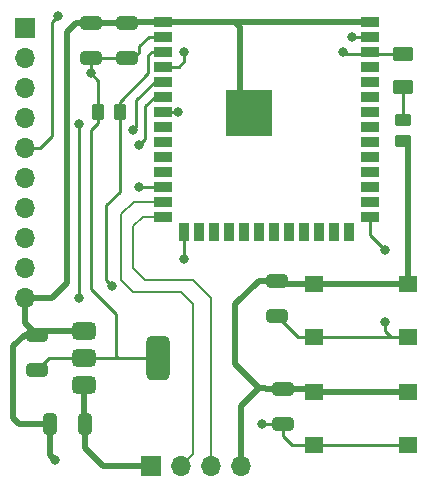
<source format=gtl>
%TF.GenerationSoftware,KiCad,Pcbnew,8.0.9-8.0.9-0~ubuntu20.04.1*%
%TF.CreationDate,2025-05-17T12:19:42+02:00*%
%TF.ProjectId,Buch_ESP32_1_Kap9_ESP_Standard,42756368-5f45-4535-9033-325f315f4b61,rev?*%
%TF.SameCoordinates,Original*%
%TF.FileFunction,Copper,L1,Top*%
%TF.FilePolarity,Positive*%
%FSLAX46Y46*%
G04 Gerber Fmt 4.6, Leading zero omitted, Abs format (unit mm)*
G04 Created by KiCad (PCBNEW 8.0.9-8.0.9-0~ubuntu20.04.1) date 2025-05-17 12:19:42*
%MOMM*%
%LPD*%
G01*
G04 APERTURE LIST*
G04 Aperture macros list*
%AMRoundRect*
0 Rectangle with rounded corners*
0 $1 Rounding radius*
0 $2 $3 $4 $5 $6 $7 $8 $9 X,Y pos of 4 corners*
0 Add a 4 corners polygon primitive as box body*
4,1,4,$2,$3,$4,$5,$6,$7,$8,$9,$2,$3,0*
0 Add four circle primitives for the rounded corners*
1,1,$1+$1,$2,$3*
1,1,$1+$1,$4,$5*
1,1,$1+$1,$6,$7*
1,1,$1+$1,$8,$9*
0 Add four rect primitives between the rounded corners*
20,1,$1+$1,$2,$3,$4,$5,0*
20,1,$1+$1,$4,$5,$6,$7,0*
20,1,$1+$1,$6,$7,$8,$9,0*
20,1,$1+$1,$8,$9,$2,$3,0*%
G04 Aperture macros list end*
%TA.AperFunction,SMDPad,CuDef*%
%ADD10RoundRect,0.375000X-0.625000X-0.375000X0.625000X-0.375000X0.625000X0.375000X-0.625000X0.375000X0*%
%TD*%
%TA.AperFunction,SMDPad,CuDef*%
%ADD11RoundRect,0.500000X-0.500000X-1.400000X0.500000X-1.400000X0.500000X1.400000X-0.500000X1.400000X0*%
%TD*%
%TA.AperFunction,SMDPad,CuDef*%
%ADD12RoundRect,0.250000X0.650000X-0.325000X0.650000X0.325000X-0.650000X0.325000X-0.650000X-0.325000X0*%
%TD*%
%TA.AperFunction,ComponentPad*%
%ADD13R,1.700000X1.700000*%
%TD*%
%TA.AperFunction,ComponentPad*%
%ADD14O,1.700000X1.700000*%
%TD*%
%TA.AperFunction,SMDPad,CuDef*%
%ADD15RoundRect,0.250000X0.325000X0.650000X-0.325000X0.650000X-0.325000X-0.650000X0.325000X-0.650000X0*%
%TD*%
%TA.AperFunction,SMDPad,CuDef*%
%ADD16RoundRect,0.250000X-0.262500X-0.450000X0.262500X-0.450000X0.262500X0.450000X-0.262500X0.450000X0*%
%TD*%
%TA.AperFunction,SMDPad,CuDef*%
%ADD17R,1.600000X1.400000*%
%TD*%
%TA.AperFunction,SMDPad,CuDef*%
%ADD18RoundRect,0.250000X-0.450000X0.262500X-0.450000X-0.262500X0.450000X-0.262500X0.450000X0.262500X0*%
%TD*%
%TA.AperFunction,SMDPad,CuDef*%
%ADD19R,1.500000X0.900000*%
%TD*%
%TA.AperFunction,SMDPad,CuDef*%
%ADD20R,0.900000X1.500000*%
%TD*%
%TA.AperFunction,HeatsinkPad*%
%ADD21C,0.600000*%
%TD*%
%TA.AperFunction,SMDPad,CuDef*%
%ADD22R,3.900000X3.900000*%
%TD*%
%TA.AperFunction,SMDPad,CuDef*%
%ADD23RoundRect,0.250000X0.625000X-0.375000X0.625000X0.375000X-0.625000X0.375000X-0.625000X-0.375000X0*%
%TD*%
%TA.AperFunction,ViaPad*%
%ADD24C,0.800000*%
%TD*%
%TA.AperFunction,Conductor*%
%ADD25C,0.250000*%
%TD*%
%TA.AperFunction,Conductor*%
%ADD26C,0.200000*%
%TD*%
%TA.AperFunction,Conductor*%
%ADD27C,0.500000*%
%TD*%
G04 APERTURE END LIST*
D10*
%TO.P,IC1,1,GND*%
%TO.N,GND*%
X140614000Y-118604000D03*
%TO.P,IC1,2,VO*%
%TO.N,+3V3*%
X140614000Y-120904000D03*
D11*
X146914000Y-120904000D03*
D10*
%TO.P,IC1,3,VI*%
%TO.N,+5V*%
X140614000Y-123204000D03*
%TD*%
D12*
%TO.P,C4,1,1*%
%TO.N,EN*%
X157480000Y-126443000D03*
%TO.P,C4,2,2*%
%TO.N,GND*%
X157480000Y-123493000D03*
%TD*%
D13*
%TO.P,J3,1,Pin_1*%
%TO.N,+5V*%
X146304000Y-130048000D03*
D14*
%TO.P,J3,2,Pin_2*%
%TO.N,USB_N*%
X148844000Y-130048000D03*
%TO.P,J3,3,Pin_3*%
%TO.N,USB_P*%
X151384000Y-130048000D03*
%TO.P,J3,4,Pin_4*%
%TO.N,GND*%
X153924000Y-130048000D03*
%TD*%
D15*
%TO.P,C1,1,1*%
%TO.N,+5V*%
X140667000Y-126492000D03*
%TO.P,C1,2,2*%
%TO.N,GND*%
X137717000Y-126492000D03*
%TD*%
D12*
%TO.P,C5,1,1*%
%TO.N,+3V3*%
X141224000Y-95455000D03*
%TO.P,C5,2,2*%
%TO.N,GND*%
X141224000Y-92505000D03*
%TD*%
%TO.P,C2,1,1*%
%TO.N,+3V3*%
X136666000Y-121871000D03*
%TO.P,C2,2,2*%
%TO.N,GND*%
X136666000Y-118921000D03*
%TD*%
D16*
%TO.P,R2,1*%
%TO.N,+3V3*%
X141835500Y-100076000D03*
%TO.P,R2,2*%
%TO.N,EN*%
X143660500Y-100076000D03*
%TD*%
D13*
%TO.P,J1,1,Pin_1*%
%TO.N,+3V3*%
X135636000Y-92964000D03*
D14*
%TO.P,J1,2,Pin_2*%
%TO.N,D1*%
X135636000Y-95504000D03*
%TO.P,J1,3,Pin_3*%
%TO.N,D2*%
X135636000Y-98044000D03*
%TO.P,J1,4,Pin_4*%
%TO.N,D3*%
X135636000Y-100584000D03*
%TO.P,J1,5,Pin_5*%
%TO.N,D4*%
X135636000Y-103124000D03*
%TO.P,J1,6,Pin_6*%
%TO.N,D5*%
X135636000Y-105664000D03*
%TO.P,J1,7,Pin_7*%
%TO.N,D6*%
X135636000Y-108204000D03*
%TO.P,J1,8,Pin_8*%
%TO.N,D7*%
X135636000Y-110744000D03*
%TO.P,J1,9,Pin_9*%
%TO.N,D8*%
X135636000Y-113284000D03*
%TO.P,J1,10,Pin_10*%
%TO.N,GND*%
X135636000Y-115824000D03*
%TD*%
D17*
%TO.P,SW1,1,1*%
%TO.N,GND*%
X160084000Y-123734000D03*
X168084000Y-123734000D03*
%TO.P,SW1,2,2*%
%TO.N,EN*%
X160084000Y-128234000D03*
X168084000Y-128234000D03*
%TD*%
D18*
%TO.P,R1,1*%
%TO.N,Net-(D1-K)*%
X167640000Y-100687500D03*
%TO.P,R1,2*%
%TO.N,GND*%
X167640000Y-102512500D03*
%TD*%
D19*
%TO.P,IC2,1,GND*%
%TO.N,GND*%
X147306000Y-92424000D03*
%TO.P,IC2,2,3V3*%
%TO.N,+3V3*%
X147306000Y-93694000D03*
%TO.P,IC2,3,EN*%
%TO.N,EN*%
X147306000Y-94964000D03*
%TO.P,IC2,4,IO4*%
%TO.N,D4*%
X147306000Y-96234000D03*
%TO.P,IC2,5,IO5*%
%TO.N,D5*%
X147306000Y-97504000D03*
%TO.P,IC2,6,IO6*%
%TO.N,D6*%
X147306000Y-98774000D03*
%TO.P,IC2,7,IO7*%
%TO.N,D7*%
X147306000Y-100044000D03*
%TO.P,IC2,8,IO15*%
%TO.N,unconnected-(IC2-IO15-Pad8)*%
X147306000Y-101314000D03*
%TO.P,IC2,9,IO16*%
%TO.N,unconnected-(IC2-IO16-Pad9)*%
X147306000Y-102584000D03*
%TO.P,IC2,10,IO17*%
%TO.N,unconnected-(IC2-IO17-Pad10)*%
X147306000Y-103854000D03*
%TO.P,IC2,11,IO18*%
%TO.N,unconnected-(IC2-IO18-Pad11)*%
X147306000Y-105124000D03*
%TO.P,IC2,12,IO8*%
%TO.N,D8*%
X147306000Y-106394000D03*
%TO.P,IC2,13,IO19*%
%TO.N,USB_N*%
X147306000Y-107664000D03*
%TO.P,IC2,14,IO20*%
%TO.N,USB_P*%
X147306000Y-108934000D03*
D20*
%TO.P,IC2,15,IO3*%
%TO.N,D3*%
X149071000Y-110184000D03*
%TO.P,IC2,16,IO46*%
%TO.N,unconnected-(IC2-IO46-Pad16)*%
X150341000Y-110184000D03*
%TO.P,IC2,17,IO9*%
%TO.N,unconnected-(IC2-IO9-Pad17)*%
X151611000Y-110184000D03*
%TO.P,IC2,18,IO10*%
%TO.N,unconnected-(IC2-IO10-Pad18)*%
X152881000Y-110184000D03*
%TO.P,IC2,19,IO11*%
%TO.N,unconnected-(IC2-IO11-Pad19)*%
X154151000Y-110184000D03*
%TO.P,IC2,20,IO12*%
%TO.N,unconnected-(IC2-IO12-Pad20)*%
X155421000Y-110184000D03*
%TO.P,IC2,21,IO13*%
%TO.N,unconnected-(IC2-IO13-Pad21)*%
X156691000Y-110184000D03*
%TO.P,IC2,22,IO14*%
%TO.N,unconnected-(IC2-IO14-Pad22)*%
X157961000Y-110184000D03*
%TO.P,IC2,23,IO21*%
%TO.N,unconnected-(IC2-IO21-Pad23)*%
X159231000Y-110184000D03*
%TO.P,IC2,24,IO47*%
%TO.N,unconnected-(IC2-IO47-Pad24)*%
X160501000Y-110184000D03*
%TO.P,IC2,25,IO48*%
%TO.N,unconnected-(IC2-IO48-Pad25)*%
X161771000Y-110184000D03*
%TO.P,IC2,26,IO45*%
%TO.N,unconnected-(IC2-IO45-Pad26)*%
X163041000Y-110184000D03*
D19*
%TO.P,IC2,27,IO0*%
%TO.N,BOOT*%
X164806000Y-108934000D03*
%TO.P,IC2,28,IO35*%
%TO.N,unconnected-(IC2-IO35-Pad28)*%
X164806000Y-107664000D03*
%TO.P,IC2,29,IO36*%
%TO.N,unconnected-(IC2-IO36-Pad29)*%
X164806000Y-106394000D03*
%TO.P,IC2,30,IO37*%
%TO.N,unconnected-(IC2-IO37-Pad30)*%
X164806000Y-105124000D03*
%TO.P,IC2,31,IO38*%
%TO.N,unconnected-(IC2-IO38-Pad31)*%
X164806000Y-103854000D03*
%TO.P,IC2,32,IO39*%
%TO.N,unconnected-(IC2-IO39-Pad32)*%
X164806000Y-102584000D03*
%TO.P,IC2,33,IO40*%
%TO.N,unconnected-(IC2-IO40-Pad33)*%
X164806000Y-101314000D03*
%TO.P,IC2,34,IO41*%
%TO.N,unconnected-(IC2-IO41-Pad34)*%
X164806000Y-100044000D03*
%TO.P,IC2,35,IO42*%
%TO.N,unconnected-(IC2-IO42-Pad35)*%
X164806000Y-98774000D03*
%TO.P,IC2,36,RXD0*%
%TO.N,unconnected-(IC2-RXD0-Pad36)*%
X164806000Y-97504000D03*
%TO.P,IC2,37,TXD0*%
%TO.N,unconnected-(IC2-TXD0-Pad37)*%
X164806000Y-96234000D03*
%TO.P,IC2,38,IO2*%
%TO.N,D2*%
X164806000Y-94964000D03*
%TO.P,IC2,39,IO1*%
%TO.N,D1*%
X164806000Y-93694000D03*
%TO.P,IC2,40,GND*%
%TO.N,GND*%
X164806000Y-92424000D03*
D21*
%TO.P,IC2,41,GND*%
X153156000Y-99444000D03*
X153156000Y-100844000D03*
X153856000Y-98744000D03*
X153856000Y-100144000D03*
X153856000Y-101544000D03*
X154556000Y-99444000D03*
D22*
X154556000Y-100144000D03*
D21*
X154556000Y-100844000D03*
X155256000Y-98744000D03*
X155256000Y-100144000D03*
X155256000Y-101544000D03*
X155956000Y-99444000D03*
X155956000Y-100844000D03*
%TD*%
D12*
%TO.P,C6,1,1*%
%TO.N,BOOT*%
X156972000Y-117299000D03*
%TO.P,C6,2,2*%
%TO.N,GND*%
X156972000Y-114349000D03*
%TD*%
D23*
%TO.P,D1,1,K*%
%TO.N,Net-(D1-K)*%
X167640000Y-97920000D03*
%TO.P,D1,2,A*%
%TO.N,D2*%
X167640000Y-95120000D03*
%TD*%
D17*
%TO.P,SW2,1,1*%
%TO.N,GND*%
X160084000Y-114590000D03*
X168084000Y-114590000D03*
%TO.P,SW2,2,2*%
%TO.N,BOOT*%
X160084000Y-119090000D03*
X168084000Y-119090000D03*
%TD*%
D12*
%TO.P,C3,1,1*%
%TO.N,+3V3*%
X144272000Y-95455000D03*
%TO.P,C3,2,2*%
%TO.N,GND*%
X144272000Y-92505000D03*
%TD*%
D24*
%TO.N,+3V3*%
X141224000Y-96774000D03*
%TO.N,EN*%
X143002000Y-114808000D03*
X155702000Y-126492000D03*
%TO.N,GND*%
X138176000Y-129540000D03*
%TO.N,BOOT*%
X166116000Y-111760000D03*
X166116000Y-117856000D03*
%TO.N,D6*%
X145288000Y-102870000D03*
%TO.N,D2*%
X162560000Y-94996000D03*
%TO.N,D7*%
X148590000Y-100076000D03*
%TO.N,D5*%
X144780000Y-101600000D03*
%TO.N,D4*%
X138430000Y-91948000D03*
X149098000Y-94996000D03*
%TO.N,D1*%
X163322000Y-93726000D03*
%TO.N,D3*%
X149098000Y-112522000D03*
X140208000Y-115824000D03*
X140208000Y-101092000D03*
%TO.N,D8*%
X145288000Y-106426000D03*
%TD*%
D25*
%TO.N,+3V3*%
X140614000Y-120904000D02*
X137633000Y-120904000D01*
X143339000Y-117177000D02*
X143339000Y-120733000D01*
X141224000Y-96774000D02*
X141835500Y-97385500D01*
X141224000Y-115062000D02*
X143339000Y-117177000D01*
X144272000Y-95455000D02*
X141224000Y-95455000D01*
X141224000Y-95455000D02*
X141224000Y-96774000D01*
X146914000Y-120904000D02*
X143510000Y-120904000D01*
X145288000Y-94488000D02*
X145288000Y-94996000D01*
X141835500Y-100076000D02*
X141835500Y-100988500D01*
X143510000Y-120904000D02*
X140614000Y-120904000D01*
X141835500Y-100988500D02*
X141224000Y-101600000D01*
X145288000Y-94996000D02*
X144829000Y-95455000D01*
X137633000Y-120904000D02*
X136666000Y-121871000D01*
X143339000Y-120733000D02*
X143510000Y-120904000D01*
X141224000Y-101600000D02*
X141224000Y-115062000D01*
X141835500Y-97385500D02*
X141835500Y-100076000D01*
X147306000Y-93694000D02*
X146082000Y-93694000D01*
X146082000Y-93694000D02*
X145288000Y-94488000D01*
X144829000Y-95455000D02*
X144272000Y-95455000D01*
%TO.N,EN*%
X155702000Y-126492000D02*
X155751000Y-126443000D01*
X146050000Y-96774000D02*
X143660500Y-99163500D01*
X142494000Y-107950000D02*
X143660500Y-106783500D01*
X142494000Y-114300000D02*
X142494000Y-107950000D01*
X146336000Y-94964000D02*
X146050000Y-95250000D01*
X160084000Y-128234000D02*
X158206000Y-128234000D01*
X147306000Y-94964000D02*
X146336000Y-94964000D01*
X157480000Y-127508000D02*
X157480000Y-126443000D01*
X143002000Y-114808000D02*
X142494000Y-114300000D01*
X168084000Y-128234000D02*
X160084000Y-128234000D01*
X146050000Y-95250000D02*
X146050000Y-96774000D01*
X158206000Y-128234000D02*
X157480000Y-127508000D01*
X155751000Y-126443000D02*
X157480000Y-126443000D01*
X143660500Y-106783500D02*
X143660500Y-100076000D01*
X143660500Y-99163500D02*
X143660500Y-100076000D01*
D26*
%TO.N,USB_N*%
X144780000Y-115316000D02*
X148844000Y-115316000D01*
X149860000Y-116332000D02*
X149860000Y-129032000D01*
X144812000Y-107664000D02*
X143764000Y-108712000D01*
X147306000Y-107664000D02*
X144812000Y-107664000D01*
X148844000Y-115316000D02*
X149860000Y-116332000D01*
X143764000Y-114300000D02*
X144780000Y-115316000D01*
X149860000Y-129032000D02*
X148844000Y-130048000D01*
X143764000Y-108712000D02*
X143764000Y-114300000D01*
%TO.N,USB_P*%
X145796000Y-114300000D02*
X149860000Y-114300000D01*
X144780000Y-109728000D02*
X144780000Y-113284000D01*
X151384000Y-115824000D02*
X151384000Y-130048000D01*
X147306000Y-108934000D02*
X145574000Y-108934000D01*
X144780000Y-113284000D02*
X145796000Y-114300000D01*
X149860000Y-114300000D02*
X151384000Y-115824000D01*
X145574000Y-108934000D02*
X144780000Y-109728000D01*
D27*
%TO.N,GND*%
X137717000Y-126492000D02*
X137717000Y-129081000D01*
X168084000Y-123734000D02*
X160084000Y-123734000D01*
X159561000Y-123493000D02*
X157480000Y-123493000D01*
X168084000Y-102956500D02*
X167640000Y-102512500D01*
X139192000Y-93267000D02*
X139954000Y-92505000D01*
X147306000Y-92424000D02*
X153416000Y-92424000D01*
X153924000Y-130048000D02*
X153924000Y-124968000D01*
X135636000Y-115824000D02*
X137922000Y-115824000D01*
X144272000Y-92505000D02*
X141224000Y-92505000D01*
X155956000Y-123444000D02*
X156005000Y-123493000D01*
X144353000Y-92424000D02*
X144272000Y-92505000D01*
X157213000Y-114590000D02*
X156972000Y-114349000D01*
X137717000Y-129081000D02*
X138176000Y-129540000D01*
X136666000Y-118921000D02*
X135587000Y-118921000D01*
X153416000Y-121412000D02*
X155448000Y-123444000D01*
X135128000Y-126492000D02*
X137717000Y-126492000D01*
X139192000Y-114554000D02*
X139192000Y-93267000D01*
X153416000Y-92424000D02*
X164806000Y-92424000D01*
X135636000Y-117891000D02*
X136666000Y-118921000D01*
X136983000Y-118604000D02*
X136666000Y-118921000D01*
X153924000Y-124968000D02*
X155448000Y-123444000D01*
X168084000Y-114590000D02*
X168084000Y-102956500D01*
X135587000Y-118921000D02*
X134620000Y-119888000D01*
X155399000Y-114349000D02*
X153416000Y-116332000D01*
X134620000Y-119888000D02*
X134620000Y-125984000D01*
X155448000Y-123444000D02*
X155956000Y-123444000D01*
X168084000Y-114590000D02*
X160084000Y-114590000D01*
X140614000Y-118604000D02*
X136983000Y-118604000D01*
X153856000Y-92864000D02*
X153416000Y-92424000D01*
X160084000Y-123734000D02*
X159802000Y-123734000D01*
X137922000Y-115824000D02*
X139192000Y-114554000D01*
X135636000Y-115824000D02*
X135636000Y-117891000D01*
X139954000Y-92505000D02*
X141224000Y-92505000D01*
X156972000Y-114349000D02*
X155399000Y-114349000D01*
X153856000Y-98744000D02*
X153856000Y-92864000D01*
X160084000Y-114590000D02*
X157213000Y-114590000D01*
X153416000Y-116332000D02*
X153416000Y-121412000D01*
X156005000Y-123493000D02*
X157480000Y-123493000D01*
X134620000Y-125984000D02*
X135128000Y-126492000D01*
X147306000Y-92424000D02*
X144353000Y-92424000D01*
X159802000Y-123734000D02*
X159561000Y-123493000D01*
%TO.N,+5V*%
X140667000Y-128475000D02*
X142240000Y-130048000D01*
X140614000Y-123204000D02*
X140614000Y-126439000D01*
X140614000Y-126439000D02*
X140667000Y-126492000D01*
X140667000Y-126492000D02*
X140667000Y-128475000D01*
X142240000Y-130048000D02*
X146304000Y-130048000D01*
D25*
%TO.N,Net-(D1-K)*%
X167640000Y-100687500D02*
X167640000Y-97920000D01*
%TO.N,BOOT*%
X164806000Y-108934000D02*
X164806000Y-110450000D01*
X166116000Y-117856000D02*
X166116000Y-118582000D01*
X166624000Y-119090000D02*
X168084000Y-119090000D01*
X160084000Y-119090000D02*
X166624000Y-119090000D01*
X166116000Y-118582000D02*
X166624000Y-119090000D01*
X160084000Y-119090000D02*
X158763000Y-119090000D01*
X158763000Y-119090000D02*
X156972000Y-117299000D01*
X164806000Y-110450000D02*
X166116000Y-111760000D01*
%TO.N,D6*%
X147306000Y-98774000D02*
X146590000Y-98774000D01*
X145796000Y-102362000D02*
X145288000Y-102870000D01*
X145796000Y-99568000D02*
X145796000Y-102362000D01*
X146590000Y-98774000D02*
X145796000Y-99568000D01*
%TO.N,D2*%
X164962000Y-95120000D02*
X164806000Y-94964000D01*
X162560000Y-94996000D02*
X162684000Y-95120000D01*
X167640000Y-95120000D02*
X164962000Y-95120000D01*
X162684000Y-95120000D02*
X167640000Y-95120000D01*
%TO.N,D7*%
X148558000Y-100044000D02*
X148590000Y-100076000D01*
X147306000Y-100044000D02*
X148558000Y-100044000D01*
%TO.N,D5*%
X145034000Y-99060000D02*
X145034000Y-101346000D01*
X146590000Y-97504000D02*
X145034000Y-99060000D01*
X145034000Y-101346000D02*
X144780000Y-101600000D01*
X147306000Y-97504000D02*
X146590000Y-97504000D01*
%TO.N,D4*%
X147306000Y-96234000D02*
X148622000Y-96234000D01*
X138430000Y-91948000D02*
X137922000Y-92456000D01*
X148622000Y-96234000D02*
X149098000Y-95758000D01*
X137922000Y-102108000D02*
X136906000Y-103124000D01*
X137922000Y-92456000D02*
X137922000Y-102108000D01*
X136906000Y-103124000D02*
X135636000Y-103124000D01*
X149098000Y-95758000D02*
X149098000Y-94996000D01*
%TO.N,D1*%
X163322000Y-93726000D02*
X164774000Y-93726000D01*
X164774000Y-93726000D02*
X164806000Y-93694000D01*
%TO.N,D3*%
X149071000Y-112495000D02*
X149098000Y-112522000D01*
X140208000Y-110998000D02*
X140208000Y-115824000D01*
X149071000Y-110184000D02*
X149071000Y-112495000D01*
X140208000Y-101092000D02*
X140208000Y-110998000D01*
%TO.N,D8*%
X147274000Y-106426000D02*
X147306000Y-106394000D01*
X145288000Y-106426000D02*
X147274000Y-106426000D01*
%TD*%
M02*

</source>
